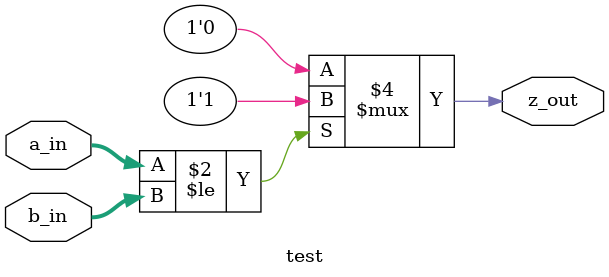
<source format=sv>

module test (
  input [31:0]       a_in,b_in,  //32 bit comparison inputs
  output      logic  z_out   );  //one output selected 

always_comb 
  if (a_in <= b_in) z_out = 1'b1;
  else              z_out = 1'b0;
endmodule




</source>
